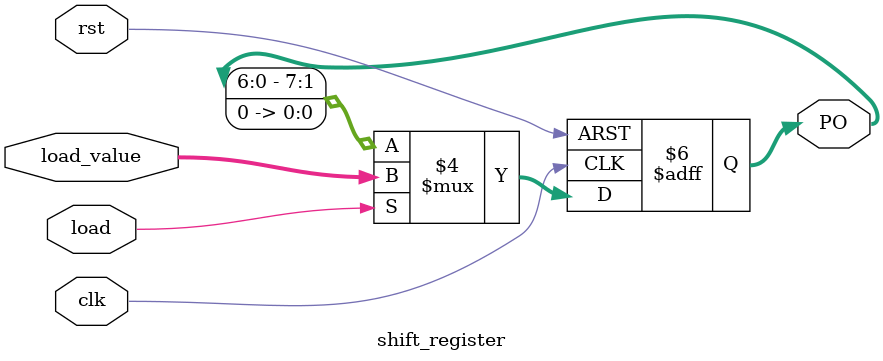
<source format=v>
module shift_register(clk,rst,load,load_value,PO);
parameter SHIFT_DIRECTION = "LEFT" , SHIFT_AMOUNT = 1 ;
input clk,rst,load;
input[7:0] load_value;
output reg [7:0] PO ;
always @(posedge clk or posedge rst) begin
    if(rst)
        PO<=0;
    else begin
        if(load)
            PO<=load_value;
        else begin
            if(SHIFT_DIRECTION=="LEFT")
                PO<=PO << SHIFT_AMOUNT; 
            else 
                PO<=PO>>SHIFT_AMOUNT; 
        end
    end
end
endmodule


</source>
